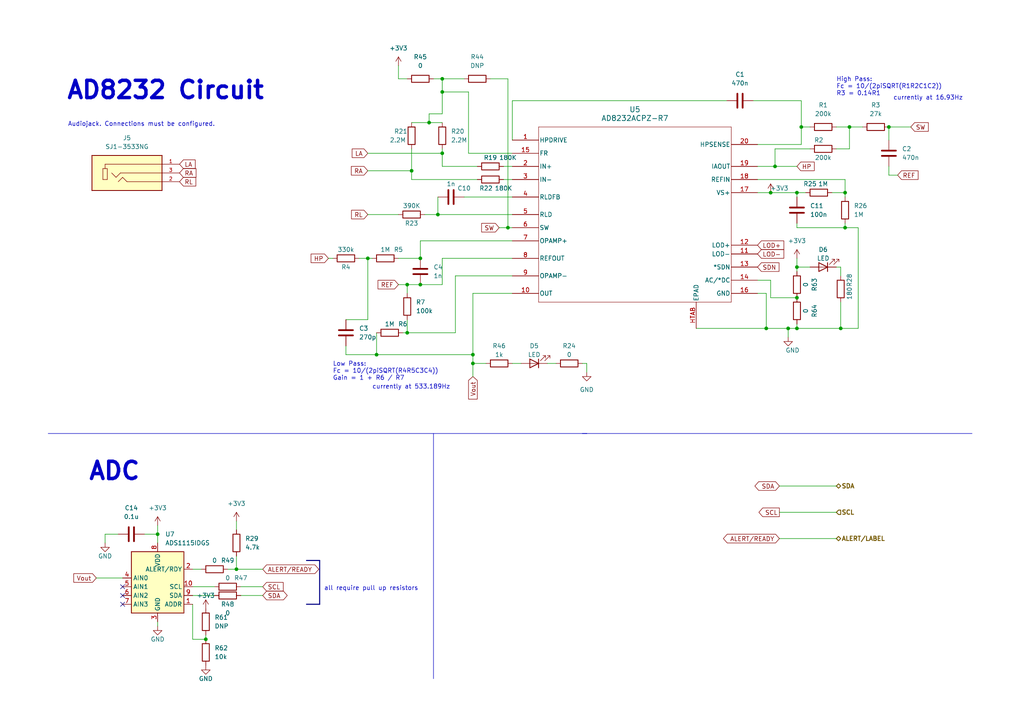
<source format=kicad_sch>
(kicad_sch (version 20230121) (generator eeschema)
  (paper "A4")
  (title_block (title "EMG Schematic") (company "Generate Product Development Studio"))
  (lib_symbols
    (symbol "AD8232ACPZ-R7:AD8232ACPZ-R7" (pin_names (offset 0.254))
      (property "Reference" "U5" (at 43.18 -1.27 0))
      (property "Value" "AD8232ACPZ-R7" (at 43.18 -3.81 0))
      (symbol "AD8232ACPZ-R7_0_1"
        (polyline (pts (xy 15.24 -57.15) (xy 71.12 -57.15)) (stroke (width 0.127)))
        (polyline (pts (xy 15.24 -6.35) (xy 15.24 -57.15)) (stroke (width 0.127)))
        (polyline (pts (xy 71.12 -57.15) (xy 71.12 -6.35)) (stroke (width 0.127)))
        (polyline (pts (xy 71.12 -6.35) (xy 15.24 -6.35)) (stroke (width 0.127)))
        (pin output line (at 7.62 -10.16 0) (length 7.62) (name "HPDRIVE") (number "1"))
        (pin output line (at 7.62 -54.61 0) (length 7.62) (name "OUT") (number "10"))
        (pin output line (at 78.74 -43.18 180) (length 7.62) (name "LOD-") (number "11"))
        (pin output line (at 78.74 -40.64 180) (length 7.62) (name "LOD+") (number "12"))
        (pin input line (at 78.74 -46.99 180) (length 7.62) (name "*SDN") (number "13"))
        (pin input line (at 78.74 -50.8 180) (length 7.62) (name "AC/*DC") (number "14"))
        (pin input line (at 7.62 -13.97 0) (length 7.62) (name "FR") (number "15"))
        (pin power_in line (at 78.74 -54.61 180) (length 7.62) (name "GND") (number "16"))
        (pin power_in line (at 78.74 -25.4 180) (length 7.62) (name "VS+") (number "17"))
        (pin input line (at 78.74 -21.59 180) (length 7.62) (name "REFIN") (number "18"))
        (pin output line (at 78.74 -17.78 180) (length 7.62) (name "IAOUT") (number "19"))
        (pin input line (at 7.62 -17.78 0) (length 7.62) (name "IN+") (number "2"))
        (pin input line (at 78.74 -11.43 180) (length 7.62) (name "HPSENSE") (number "20"))
        (pin input line (at 7.62 -21.59 0) (length 7.62) (name "IN-") (number "3"))
        (pin input line (at 7.62 -26.67 0) (length 7.62) (name "RLDFB") (number "4"))
        (pin output line (at 7.62 -31.75 0) (length 7.62) (name "RLD") (number "5"))
        (pin output line (at 7.62 -35.56 0) (length 7.62) (name "SW") (number "6"))
        (pin input line (at 7.62 -39.37 0) (length 7.62) (name "OPAMP+") (number "7"))
        (pin output line (at 7.62 -44.45 0) (length 7.62) (name "REFOUT") (number "8"))
        (pin input line (at 7.62 -49.53 0) (length 7.62) (name "OPAMP-") (number "9"))
        (pin unspecified line (at 60.96 -64.77 90) (length 7.62) (name "EPAD") (number "HTAB"))
      )
    )
    (symbol "Analog_ADC:ADS1115IDGS"
      (property "Reference" "U" (at 2.54 13.97 0))
      (property "Value" "ADS1115IDGS" (at 7.62 11.43 0))
      (symbol "ADS1115IDGS_0_1"
        (rectangle (start -7.62 10.16) (end 7.62 -7.62) (stroke (width 0.254)) (fill (type background)))
      )
      (symbol "ADS1115IDGS_1_1"
        (pin input line (at 10.16 -5.08 180) (length 2.54) (name "ADDR") (number "1"))
        (pin input line (at 10.16 0 180) (length 2.54) (name "SCL") (number "10"))
        (pin output line (at 10.16 5.08 180) (length 2.54) (name "ALERT/RDY") (number "2"))
        (pin power_in line (at 0 -10.16 90) (length 2.54) (name "GND") (number "3"))
        (pin input line (at -10.16 2.54 0) (length 2.54) (name "AIN0") (number "4"))
        (pin input line (at -10.16 0 0) (length 2.54) (name "AIN1") (number "5"))
        (pin input line (at -10.16 -2.54 0) (length 2.54) (name "AIN2") (number "6"))
        (pin input line (at -10.16 -5.08 0) (length 2.54) (name "AIN3") (number "7"))
        (pin power_in line (at 0 12.7 270) (length 2.54) (name "VDD") (number "8"))
        (pin bidirectional line (at 10.16 -2.54 180) (length 2.54) (name "SDA") (number "9"))
      )
    )
    (symbol "Device:C" (pin_numbers hide) (pin_names (offset 0.254))
      (property "Reference" "C" (at 0.635 2.54 0))
      (property "Value" "C" (at 0.635 -2.54 0))
      (symbol "C_0_1"
        (polyline (pts (xy -2.032 -0.762) (xy 2.032 -0.762)) (stroke (width 0.508)))
        (polyline (pts (xy -2.032 0.762) (xy 2.032 0.762)) (stroke (width 0.508)))
      )
      (symbol "C_1_1"
        (pin passive line (at 0 3.81 270) (length 2.794) (name "~") (number "1"))
        (pin passive line (at 0 -3.81 90) (length 2.794) (name "~") (number "2"))
      )
    )
    (symbol "Device:LED" (pin_numbers hide) (pin_names (offset 1.016) hide)
      (property "Reference" "D" (at 0 2.54 0))
      (property "Value" "LED" (at 0 -2.54 0))
      (symbol "LED_0_1"
        (polyline (pts (xy -1.27 -1.27) (xy -1.27 1.27)) (stroke (width 0.254)))
        (polyline (pts (xy -1.27 0) (xy 1.27 0)))
        (polyline (pts (xy 1.27 -1.27) (xy 1.27 1.27) (xy -1.27 0) (xy 1.27 -1.27)) (stroke (width 0.254)))
        (polyline (pts (xy -3.048 -0.762) (xy -4.572 -2.286) (xy -3.81 -2.286) (xy -4.572 -2.286) (xy -4.572 -1.524)))
        (polyline (pts (xy -1.778 -0.762) (xy -3.302 -2.286) (xy -2.54 -2.286) (xy -3.302 -2.286) (xy -3.302 -1.524)))
      )
      (symbol "LED_1_1"
        (pin passive line (at -3.81 0 0) (length 2.54) (name "K") (number "1"))
        (pin passive line (at 3.81 0 180) (length 2.54) (name "A") (number "2"))
      )
    )
    (symbol "Device:R" (pin_numbers hide) (pin_names (offset 0))
      (property "Reference" "R" (at 2.032 0 90))
      (property "Value" "R" (at 0 0 90))
      (symbol "R_0_1"
        (rectangle (start -1.016 -2.54) (end 1.016 2.54) (stroke (width 0.254)))
      )
      (symbol "R_1_1"
        (pin passive line (at 0 3.81 270) (length 1.27) (name "~") (number "1"))
        (pin passive line (at 0 -3.81 90) (length 1.27) (name "~") (number "2"))
      )
    )
    (symbol "MuscleRecoverySymbolLibray:SJ1-3533NG" (pin_names (offset 1.016) hide)
      (property "Reference" "J" (at -10.16 7.62 0))
      (property "Value" "SJ1-3533NG" (at -10.16 -10.16 0))
      (symbol "SJ1-3533NG_0_0"
        (rectangle (start -10.16 -5.08) (end 10.16 5.08) (stroke (width 0.254)) (fill (type background)))
        (polyline (pts (xy -10.16 5.08) (xy -10.16 -5.08)) (stroke (width 0.254)))
        (polyline (pts (xy -6.985 -1.905) (xy -6.985 1.27)) (stroke (width 0.1524)))
        (polyline (pts (xy -6.985 1.27) (xy -6.35 1.27)) (stroke (width 0.1524)))
        (polyline (pts (xy -6.35 1.27) (xy -5.715 1.27)) (stroke (width 0.1524)))
        (polyline (pts (xy -6.35 2.54) (xy -6.35 1.27)) (stroke (width 0.1524)))
        (polyline (pts (xy -5.715 -1.905) (xy -6.985 -1.905)) (stroke (width 0.1524)))
        (polyline (pts (xy -5.715 1.27) (xy -5.715 -1.905)) (stroke (width 0.1524)))
        (polyline (pts (xy -3.175 -1.27) (xy -4.445 0)) (stroke (width 0.1524)))
        (polyline (pts (xy -1.905 0) (xy -3.175 -1.27)) (stroke (width 0.1524)))
        (polyline (pts (xy -1.27 -1.27) (xy -2.54 -2.54)) (stroke (width 0.1524)))
        (polyline (pts (xy 0 -2.54) (xy -1.27 -1.27)) (stroke (width 0.1524)))
        (polyline (pts (xy 10.16 -5.08) (xy 10.16 5.08)) (stroke (width 0.254)))
        (polyline (pts (xy 10.16 -2.54) (xy 0 -2.54)) (stroke (width 0.1524)))
        (polyline (pts (xy 10.16 0) (xy -1.905 0)) (stroke (width 0.1524)))
        (polyline (pts (xy 10.16 2.54) (xy -6.35 2.54)) (stroke (width 0.1524)))
        (pin passive line (at 15.24 2.54 180) (length 5.08) (name "~") (number "1"))
        (pin passive line (at 15.24 -2.54 180) (length 5.08) (name "~") (number "2"))
        (pin passive line (at 15.24 0 180) (length 5.08) (name "~") (number "3"))
      )
    )
    (symbol "power:+3V3" (power) (pin_names (offset 0))
      (property "Value" "+3V3" (at 0 3.556 0))
      (symbol "+3V3_0_1"
        (polyline (pts (xy -0.762 1.27) (xy 0 2.54)))
        (polyline (pts (xy 0 0) (xy 0 2.54)))
        (polyline (pts (xy 0 2.54) (xy 0.762 1.27)))
      )
      (symbol "+3V3_1_1"
        (pin power_in line (at 0 0 90) (length 0) hide (name "+3V3") (number "1"))
      )
    )
    (symbol "power:GND" (power) (pin_names (offset 0))
      (property "Value" "GND" (at 0 -3.81 0))
      (symbol "GND_0_1"
        (polyline (pts (xy 0 0) (xy 0 -1.27) (xy 1.27 -1.27) (xy 0 -2.54) (xy -1.27 -1.27) (xy 0 -1.27)))
      )
      (symbol "GND_1_1"
        (pin power_in line (at 0 0 270) (length 0) hide (name "GND") (number "1"))
      )
    )
  )
  (junction (at 222.25 95.25))
  (junction (at 124.46 35.56))
  (junction (at 128.27 22.86))
  (junction (at 137.16 102.87))
  (junction (at 128.27 26.67))
  (junction (at 246.38 36.83))
  (junction (at 231.14 95.25))
  (junction (at 119.38 49.53))
  (junction (at 245.11 66.04))
  (junction (at 228.6 95.25))
  (junction (at 121.92 74.93))
  (junction (at 231.14 77.47))
  (junction (at 137.16 105.41))
  (junction (at 257.81 36.83))
  (junction (at 243.84 95.25))
  (junction (at 118.11 82.55))
  (junction (at 147.32 66.04))
  (junction (at 245.11 55.88))
  (junction (at 121.92 82.55))
  (junction (at 127 62.23))
  (junction (at 223.52 55.88))
  (junction (at 109.22 102.87))
  (junction (at 106.68 74.93))
  (junction (at 231.14 86.36))
  (junction (at 128.27 44.45))
  (junction (at 59.69 185.42))
  (junction (at 232.41 36.83))
  (junction (at 68.58 165.1))
  (junction (at 118.11 96.52))
  (junction (at 45.72 154.94))
  (junction (at 231.14 55.88))
  (junction (at 224.79 48.26))
  (no_connect (at 35.56 175.26))
  (no_connect (at 35.56 172.72))
  (no_connect (at 35.56 170.18))
  (wire (pts (xy 119.38 52.07) (xy 119.38 49.53)))
  (wire (pts (xy 243.84 95.25) (xy 243.84 87.63)))
  (wire (pts (xy 257.81 36.83) (xy 264.16 36.83)))
  (wire (pts (xy 231.14 64.77) (xy 231.14 66.04)))
  (polyline (pts (xy 13.97 125.73) (xy 170.18 125.73)))
  (wire (pts (xy 228.6 97.79) (xy 228.6 95.25)))
  (wire (pts (xy 219.71 55.88) (xy 223.52 55.88)))
  (wire (pts (xy 118.11 96.52) (xy 132.08 96.52)))
  (wire (pts (xy 246.38 36.83) (xy 246.38 43.18)))
  (wire (pts (xy 119.38 43.18) (xy 119.38 49.53)))
  (wire (pts (xy 245.11 66.04) (xy 248.92 66.04)))
  (wire (pts (xy 137.16 105.41) (xy 140.97 105.41)))
  (wire (pts (xy 118.11 92.71) (xy 118.11 96.52)))
  (wire (pts (xy 55.88 165.1) (xy 58.42 165.1)))
  (wire (pts (xy 135.89 26.67) (xy 128.27 26.67)))
  (wire (pts (xy 118.11 82.55) (xy 118.11 85.09)))
  (wire (pts (xy 121.92 82.55) (xy 118.11 82.55)))
  (wire (pts (xy 147.32 66.04) (xy 148.59 66.04)))
  (wire (pts (xy 100.33 102.87) (xy 109.22 102.87)))
  (wire (pts (xy 242.57 36.83) (xy 246.38 36.83)))
  (wire (pts (xy 55.88 170.18) (xy 62.23 170.18)))
  (wire (pts (xy 147.32 66.04) (xy 147.32 22.86)))
  (wire (pts (xy 45.72 154.94) (xy 45.72 157.48)))
  (bus (pts (xy 88.9 175.26) (xy 92.71 175.26)))
  (wire (pts (xy 55.88 185.42) (xy 59.69 185.42)))
  (wire (pts (xy 106.68 92.71) (xy 100.33 92.71)))
  (wire (pts (xy 224.79 43.18) (xy 234.95 43.18)))
  (wire (pts (xy 231.14 77.47) (xy 234.95 77.47)))
  (wire (pts (xy 116.84 96.52) (xy 118.11 96.52)))
  (wire (pts (xy 231.14 66.04) (xy 245.11 66.04)))
  (wire (pts (xy 30.48 154.94) (xy 30.48 157.48)))
  (wire (pts (xy 69.85 172.72) (xy 76.2 172.72)))
  (wire (pts (xy 242.57 43.18) (xy 246.38 43.18)))
  (bus (pts (xy 92.71 162.56) (xy 92.71 175.26)))
  (wire (pts (xy 232.41 41.91) (xy 232.41 36.83)))
  (wire (pts (xy 170.18 105.41) (xy 170.18 107.95)))
  (wire (pts (xy 128.27 33.02) (xy 124.46 33.02)))
  (wire (pts (xy 128.27 44.45) (xy 128.27 48.26)))
  (wire (pts (xy 219.71 48.26) (xy 224.79 48.26)))
  (wire (pts (xy 68.58 151.13) (xy 68.58 153.67)))
  (wire (pts (xy 138.43 52.07) (xy 119.38 52.07)))
  (bus (pts (xy 88.9 162.56) (xy 92.71 162.56)))
  (wire (pts (xy 45.72 181.61) (xy 45.72 180.34)))
  (wire (pts (xy 128.27 43.18) (xy 128.27 44.45)))
  (wire (pts (xy 219.71 52.07) (xy 245.11 52.07)))
  (wire (pts (xy 45.72 154.94) (xy 45.72 152.4)))
  (wire (pts (xy 147.32 22.86) (xy 142.24 22.86)))
  (wire (pts (xy 137.16 102.87) (xy 137.16 105.41)))
  (wire (pts (xy 104.14 74.93) (xy 106.68 74.93)))
  (wire (pts (xy 246.38 36.83) (xy 250.19 36.83)))
  (wire (pts (xy 257.81 48.26) (xy 257.81 50.8)))
  (wire (pts (xy 115.57 19.05) (xy 115.57 22.86)))
  (wire (pts (xy 121.92 69.85) (xy 148.59 69.85)))
  (wire (pts (xy 41.91 154.94) (xy 45.72 154.94)))
  (wire (pts (xy 148.59 44.45) (xy 135.89 44.45)))
  (wire (pts (xy 245.11 52.07) (xy 245.11 55.88)))
  (wire (pts (xy 109.22 102.87) (xy 137.16 102.87)))
  (wire (pts (xy 124.46 35.56) (xy 128.27 35.56)))
  (wire (pts (xy 231.14 74.93) (xy 231.14 77.47)))
  (wire (pts (xy 59.69 184.15) (xy 59.69 185.42)))
  (wire (pts (xy 34.29 154.94) (xy 30.48 154.94)))
  (wire (pts (xy 137.16 105.41) (xy 137.16 109.22)))
  (wire (pts (xy 138.43 48.26) (xy 128.27 48.26)))
  (wire (pts (xy 228.6 95.25) (xy 222.25 95.25)))
  (wire (pts (xy 224.79 43.18) (xy 224.79 48.26)))
  (wire (pts (xy 241.3 55.88) (xy 245.11 55.88)))
  (wire (pts (xy 231.14 77.47) (xy 231.14 78.74)))
  (wire (pts (xy 124.46 33.02) (xy 124.46 35.56)))
  (wire (pts (xy 219.71 41.91) (xy 232.41 41.91)))
  (wire (pts (xy 106.68 62.23) (xy 115.57 62.23)))
  (wire (pts (xy 148.59 29.21) (xy 148.59 40.64)))
  (wire (pts (xy 128.27 82.55) (xy 121.92 82.55)))
  (wire (pts (xy 257.81 50.8) (xy 260.35 50.8)))
  (wire (pts (xy 226.06 148.59) (xy 242.57 148.59)))
  (wire (pts (xy 55.88 172.72) (xy 62.23 172.72)))
  (wire (pts (xy 69.85 170.18) (xy 76.2 170.18)))
  (wire (pts (xy 243.84 95.25) (xy 248.92 95.25)))
  (wire (pts (xy 128.27 74.93) (xy 128.27 82.55)))
  (wire (pts (xy 148.59 29.21) (xy 210.82 29.21)))
  (wire (pts (xy 232.41 36.83) (xy 234.95 36.83)))
  (polyline (pts (xy 168.91 125.73) (xy 170.18 125.73)))
  (wire (pts (xy 123.19 62.23) (xy 127 62.23)))
  (wire (pts (xy 231.14 55.88) (xy 233.68 55.88)))
  (wire (pts (xy 223.52 81.28) (xy 223.52 86.36)))
  (wire (pts (xy 146.05 52.07) (xy 148.59 52.07)))
  (wire (pts (xy 148.59 85.09) (xy 137.16 85.09)))
  (wire (pts (xy 96.52 74.93) (xy 95.25 74.93)))
  (wire (pts (xy 128.27 22.86) (xy 128.27 26.67)))
  (wire (pts (xy 106.68 44.45) (xy 128.27 44.45)))
  (wire (pts (xy 128.27 22.86) (xy 134.62 22.86)))
  (wire (pts (xy 127 62.23) (xy 148.59 62.23)))
  (wire (pts (xy 144.78 66.04) (xy 147.32 66.04)))
  (wire (pts (xy 119.38 35.56) (xy 124.46 35.56)))
  (wire (pts (xy 106.68 74.93) (xy 106.68 92.71)))
  (wire (pts (xy 128.27 33.02) (xy 128.27 26.67)))
  (wire (pts (xy 228.6 95.25) (xy 231.14 95.25)))
  (polyline (pts (xy 170.18 125.73) (xy 281.94 125.73)))
  (wire (pts (xy 248.92 66.04) (xy 248.92 95.25)))
  (wire (pts (xy 219.71 81.28) (xy 223.52 81.28)))
  (wire (pts (xy 223.52 55.88) (xy 231.14 55.88)))
  (wire (pts (xy 119.38 49.53) (xy 106.68 49.53)))
  (wire (pts (xy 135.89 44.45) (xy 135.89 26.67)))
  (wire (pts (xy 231.14 93.98) (xy 231.14 95.25)))
  (wire (pts (xy 232.41 29.21) (xy 232.41 36.83)))
  (wire (pts (xy 146.05 48.26) (xy 148.59 48.26)))
  (wire (pts (xy 231.14 55.88) (xy 231.14 57.15)))
  (wire (pts (xy 115.57 22.86) (xy 118.11 22.86)))
  (wire (pts (xy 55.88 175.26) (xy 55.88 185.42)))
  (wire (pts (xy 100.33 100.33) (xy 100.33 102.87)))
  (wire (pts (xy 226.06 156.21) (xy 242.57 156.21)))
  (wire (pts (xy 109.22 96.52) (xy 109.22 102.87)))
  (wire (pts (xy 125.73 22.86) (xy 128.27 22.86)))
  (polyline (pts (xy 125.73 125.73) (xy 125.73 196.85)))
  (wire (pts (xy 127 57.15) (xy 127 62.23)))
  (wire (pts (xy 223.52 86.36) (xy 231.14 86.36)))
  (wire (pts (xy 218.44 29.21) (xy 232.41 29.21)))
  (wire (pts (xy 257.81 36.83) (xy 257.81 40.64)))
  (wire (pts (xy 134.62 57.15) (xy 148.59 57.15)))
  (wire (pts (xy 245.11 55.88) (xy 245.11 57.15)))
  (wire (pts (xy 222.25 85.09) (xy 222.25 95.25)))
  (wire (pts (xy 128.27 74.93) (xy 148.59 74.93)))
  (wire (pts (xy 66.04 165.1) (xy 68.58 165.1)))
  (wire (pts (xy 168.91 105.41) (xy 170.18 105.41)))
  (wire (pts (xy 226.06 140.97) (xy 242.57 140.97)))
  (wire (pts (xy 106.68 74.93) (xy 107.95 74.93)))
  (wire (pts (xy 132.08 96.52) (xy 132.08 80.01)))
  (wire (pts (xy 115.57 82.55) (xy 118.11 82.55)))
  (wire (pts (xy 148.59 105.41) (xy 151.13 105.41)))
  (wire (pts (xy 231.14 95.25) (xy 243.84 95.25)))
  (wire (pts (xy 201.93 95.25) (xy 222.25 95.25)))
  (wire (pts (xy 219.71 85.09) (xy 222.25 85.09)))
  (wire (pts (xy 68.58 165.1) (xy 76.2 165.1)))
  (wire (pts (xy 27.94 167.64) (xy 35.56 167.64)))
  (wire (pts (xy 224.79 48.26) (xy 231.14 48.26)))
  (wire (pts (xy 132.08 80.01) (xy 148.59 80.01)))
  (wire (pts (xy 158.75 105.41) (xy 161.29 105.41)))
  (wire (pts (xy 68.58 161.29) (xy 68.58 165.1)))
  (wire (pts (xy 137.16 85.09) (xy 137.16 102.87)))
  (wire (pts (xy 243.84 77.47) (xy 243.84 80.01)))
  (wire (pts (xy 242.57 77.47) (xy 243.84 77.47)))
  (wire (pts (xy 245.11 64.77) (xy 245.11 66.04)))
  (wire (pts (xy 121.92 69.85) (xy 121.92 74.93)))
  (wire (pts (xy 115.57 74.93) (xy 121.92 74.93)))
  (text "Low Pass: \nFc = 10/(2piSQRT(R4R5C3C4))\nGain = 1 + R6 / R7" (at 96.52 110.49 0) (effects (font (size 1.27 1.27)) (justify left bottom)))
  (text "currently at 533.189Hz" (at 107.95 113.03 0) (effects (font (size 1.27 1.27)) (justify left bottom)))
  (text "Audiojack. Connections must be configured." (at 19.685 36.83 0) (effects (font (size 1.27 1.27)) (justify left bottom)))
  (text "currently at 16.93Hz" (at 259.08 29.21 0) (effects (font (size 1.27 1.27)) (justify left bottom)))
  (text "AD8232 Circuit" (at 19.05 29.21 0) (effects (font (size 5 5) (thickness 1) bold) (justify left bottom)))
  (text "all require pull up resistors" (at 93.98 171.45 0) (effects (font (size 1.27 1.27)) (justify left bottom)))
  (text "High Pass: \nFc = 10/(2piSQRT(R1R2C1C2))\nR3 = 0.14R1" (at 242.57 27.94 0) (effects (font (size 1.27 1.27)) (justify left bottom)))
  (text "ADC" (at 25.4 139.7 0) (effects (font (size 5 5) bold) (justify left bottom)))
  (global_label "RA" (shape input) (at 52.07 50.165 0) (property "Intersheetrefs" "${INTERSHEET_REFS}" (effects hide)))
  (global_label "SCL" (shape input) (at 76.2 170.18 0) (property "Intersheetrefs" "${INTERSHEET_REFS}" (effects hide)))
  (global_label "SCL" (shape output) (at 226.06 148.59 180) (property "Intersheetrefs" "${INTERSHEET_REFS}" (effects hide)))
  (global_label "LOD-" (shape input) (at 219.71 73.66 0) (property "Intersheetrefs" "${INTERSHEET_REFS}" (effects hide)))
  (global_label "REF" (shape input) (at 260.35 50.8 0) (property "Intersheetrefs" "${INTERSHEET_REFS}" (effects hide)))
  (global_label "ALERT{slash}READY" (shape bidirectional) (at 76.2 165.1 0) (property "Intersheetrefs" "${INTERSHEET_REFS}" (effects hide)))
  (global_label "Vout" (shape input) (at 27.94 167.64 180) (property "Intersheetrefs" "${INTERSHEET_REFS}" (effects hide)))
  (global_label "SDA" (shape bidirectional) (at 226.06 140.97 180) (property "Intersheetrefs" "${INTERSHEET_REFS}" (effects hide)))
  (global_label "SW" (shape input) (at 144.78 66.04 180) (property "Intersheetrefs" "${INTERSHEET_REFS}" (effects hide)))
  (global_label "LA" (shape input) (at 106.68 44.45 180) (property "Intersheetrefs" "${INTERSHEET_REFS}" (effects hide)))
  (global_label "HP" (shape input) (at 95.25 74.93 180) (property "Intersheetrefs" "${INTERSHEET_REFS}" (effects hide)))
  (global_label "RL" (shape input) (at 106.68 62.23 180) (property "Intersheetrefs" "${INTERSHEET_REFS}" (effects hide)))
  (global_label "Vout" (shape input) (at 137.16 109.22 270) (property "Intersheetrefs" "${INTERSHEET_REFS}" (effects hide)))
  (global_label "REF" (shape input) (at 115.57 82.55 180) (property "Intersheetrefs" "${INTERSHEET_REFS}" (effects hide)))
  (global_label "HP" (shape input) (at 231.14 48.26 0) (property "Intersheetrefs" "${INTERSHEET_REFS}" (effects hide)))
  (global_label "RL" (shape input) (at 52.07 52.705 0) (property "Intersheetrefs" "${INTERSHEET_REFS}" (effects hide)))
  (global_label "ALERT{slash}READY" (shape bidirectional) (at 226.06 156.21 180) (property "Intersheetrefs" "${INTERSHEET_REFS}" (effects hide)))
  (global_label "LA" (shape input) (at 52.07 47.625 0) (property "Intersheetrefs" "${INTERSHEET_REFS}" (effects hide)))
  (global_label "SW" (shape input) (at 264.16 36.83 0) (property "Intersheetrefs" "${INTERSHEET_REFS}" (effects hide)))
  (global_label "LOD+" (shape input) (at 219.71 71.12 0) (property "Intersheetrefs" "${INTERSHEET_REFS}" (effects hide)))
  (global_label "SDN" (shape input) (at 219.71 77.47 0) (property "Intersheetrefs" "${INTERSHEET_REFS}" (effects hide)))
  (global_label "RA" (shape input) (at 106.68 49.53 180) (property "Intersheetrefs" "${INTERSHEET_REFS}" (effects hide)))
  (global_label "SDA" (shape bidirectional) (at 76.2 172.72 0) (property "Intersheetrefs" "${INTERSHEET_REFS}" (effects hide)))
  (hierarchical_label "ALERT{slash}LABEL" (shape bidirectional) (at 242.57 156.21 0) (effects (font bold)))
  (hierarchical_label "SCL" (shape input) (at 242.57 148.59 0) (effects (font bold)))
  (hierarchical_label "SDA" (shape bidirectional) (at 242.57 140.97 0) (effects (font bold)))
  (symbol (lib_id "Device:R") (at 66.04 170.18 90) (unit 1)
    (property "Reference" "R47" (at 69.85 167.64 90))
    (property "Value" "0" (at 66.04 167.64 90))
    (property "Footprint" "Resistor_SMD:R_0402_1005Metric" (effects hide))
  )
  (symbol (lib_id "Device:C") (at 100.33 96.52 180) (unit 1)
    (property "Reference" "C3" (at 104.14 95.25 0) (effects (justify right)))
    (property "Value" "270p" (at 104.14 97.79 0) (effects (justify right)))
    (property "Footprint" "Capacitor_SMD:C_0402_1005Metric" (effects hide))
  )
  (symbol (lib_id "AD8232ACPZ-R7:AD8232ACPZ-R7") (at 140.97 30.48 0) (unit 1)
    (property "Reference" "U5" (at 184.15 31.75 0) (effects (font (size 1.524 1.524))))
    (property "Value" "AD8232ACPZ-R7" (at 184.15 34.29 0) (effects (font (size 1.524 1.524))))
    (property "Footprint" "Muscle_Recovery_Footprint_Library:LFCSP_20" (effects hide))
    (property "Datasheet" "AD8232ACPZ-R7" (effects hide))
  )
  (symbol (lib_id "Device:LED") (at 238.76 77.47 180) (unit 1)
    (property "Reference" "D6" (at 238.76 72.39 0))
    (property "Value" "LED" (at 238.76 74.93 0))
    (property "Footprint" "LED_SMD:LED_0402_1005Metric" (effects hide))
  )
  (symbol (lib_id "MuscleRecoverySymbolLibray:SJ1-3533NG") (at 36.83 50.165 0) (unit 1)
    (property "Reference" "J5" (at 36.83 40.005 0))
    (property "Value" "SJ1-3533NG" (at 36.83 42.545 0))
    (property "Footprint" "Muscle_Recovery_Footprint_Library:CUI_SJ1-3533NG" (effects hide))
    (property "MF" "CUI Devices" (effects hide))
    (property "DESCRIPTION" "3.5 mm, Stereo, Right Angle, Through Hole, Isolated Ground, Audio Jack Connector" (effects hide))
    (property "PACKAGE" "None" (effects hide))
    (property "PRICE" "None" (effects hide))
    (property "CUI_PURCHASE_URL" "https://www.cuidevices.com/product/interconnect/connectors/audio-connectors/jacks/sj1-353xng-series?utm_source=snapeda.com&utm_medium=referral&utm_campaign=snapedaBOM" (effects hide))
    (property "MP" "SJ1-3533NG" (effects hide))
    (property "AVAILABILITY" "Unavailable" (effects hide))
  )
  (symbol (lib_id "Analog_ADC:ADS1115IDGS") (at 45.72 170.18 0) (unit 1)
    (property "Reference" "U7" (at 47.9141 154.94 0) (effects (justify left)))
    (property "Value" "ADS1115IDGS" (at 47.9141 157.48 0) (effects (justify left)))
    (property "Footprint" "Package_SO:TSSOP-10_3x3mm_P0.5mm" (effects hide))
    (property "Datasheet" "http://www.ti.com/lit/ds/symlink/ads1113.pdf" (effects hide))
  )
  (symbol (lib_id "Device:R") (at 245.11 60.96 0) (unit 1)
    (property "Reference" "R26" (at 247.65 59.69 0) (effects (justify left)))
    (property "Value" "1M" (at 247.65 62.23 0) (effects (justify left)))
    (property "Footprint" "Resistor_SMD:R_0402_1005Metric" (effects hide))
  )
  (symbol (lib_id "Device:C") (at 214.63 29.21 90) (unit 1)
    (property "Reference" "C1" (at 214.63 21.59 90))
    (property "Value" "470n" (at 214.63 24.13 90))
    (property "Footprint" "Capacitor_SMD:C_0402_1005Metric" (effects hide))
  )
  (symbol (lib_id "Device:R") (at 237.49 55.88 90) (unit 1)
    (property "Reference" "R25" (at 234.95 53.34 90))
    (property "Value" "1M" (at 238.76 53.34 90))
    (property "Footprint" "Resistor_SMD:R_0402_1005Metric" (effects hide))
  )
  (symbol (lib_id "Device:R") (at 138.43 22.86 90) (unit 1)
    (property "Reference" "R44" (at 138.43 16.51 90))
    (property "Value" "DNP" (at 138.43 19.05 90))
    (property "Footprint" "Resistor_SMD:R_0402_1005Metric" (effects hide))
  )
  (symbol (lib_id "Device:R") (at 231.14 90.17 0) (unit 1)
    (property "Reference" "R64" (at 236.22 90.17 90))
    (property "Value" "0" (at 233.68 90.17 90))
    (property "Footprint" "Resistor_SMD:R_0402_1005Metric" (effects hide))
  )
  (symbol (lib_id "power:+3V3") (at 115.57 19.05 0) (unit 1)
    (property "Reference" "#PWR058" (effects hide))
    (property "Value" "+3V3" (at 115.57 13.97 0))
  )
  (symbol (lib_id "power:GND") (at 30.48 157.48 0) (unit 1)
    (property "Reference" "#PWR057" (effects hide))
    (property "Value" "GND" (at 30.48 161.29 0))
  )
  (symbol (lib_id "Device:R") (at 142.24 52.07 90) (unit 1)
    (property "Reference" "R22" (at 140.97 54.61 90))
    (property "Value" "180K" (at 146.05 54.61 90))
    (property "Footprint" "Resistor_SMD:R_0402_1005Metric" (effects hide))
  )
  (symbol (lib_id "Device:R") (at 113.03 96.52 90) (unit 1)
    (property "Reference" "R6" (at 116.84 93.98 90))
    (property "Value" "1M" (at 113.03 93.98 90))
    (property "Footprint" "Resistor_SMD:R_0402_1005Metric" (effects hide))
  )
  (symbol (lib_id "Device:R") (at 118.11 88.9 0) (unit 1)
    (property "Reference" "R7" (at 120.65 87.63 0) (effects (justify left)))
    (property "Value" "100k" (at 120.65 90.17 0) (effects (justify left)))
    (property "Footprint" "Resistor_SMD:R_0402_1005Metric" (effects hide))
  )
  (symbol (lib_id "Device:R") (at 165.1 105.41 90) (unit 1)
    (property "Reference" "R24" (at 165.1 100.33 90))
    (property "Value" "0" (at 165.1 102.87 90))
    (property "Footprint" "Resistor_SMD:R_0402_1005Metric" (effects hide))
  )
  (symbol (lib_id "power:+3V3") (at 45.72 152.4 0) (unit 1)
    (property "Reference" "#PWR049" (effects hide))
    (property "Value" "+3V3" (at 45.72 147.32 0))
  )
  (symbol (lib_id "power:GND") (at 170.18 107.95 0) (unit 1)
    (property "Reference" "#PWR012" (effects hide))
    (property "Value" "GND" (at 170.18 113.03 0))
  )
  (symbol (lib_id "Device:R") (at 100.33 74.93 90) (unit 1)
    (property "Reference" "R4" (at 100.33 77.47 90))
    (property "Value" "330k" (at 100.33 72.39 90))
    (property "Footprint" "Resistor_SMD:R_0402_1005Metric" (effects hide))
  )
  (symbol (lib_id "Device:LED") (at 154.94 105.41 180) (unit 1)
    (property "Reference" "D5" (at 154.94 100.33 0))
    (property "Value" "LED" (at 154.94 102.87 0))
    (property "Footprint" "LED_SMD:LED_0402_1005Metric" (effects hide))
  )
  (symbol (lib_id "Device:R") (at 254 36.83 90) (unit 1)
    (property "Reference" "R3" (at 254 30.48 90))
    (property "Value" "27k" (at 254 33.02 90))
    (property "Footprint" "Resistor_SMD:R_0402_1005Metric" (effects hide))
  )
  (symbol (lib_id "power:GND") (at 45.72 181.61 0) (unit 1)
    (property "Reference" "#PWR056" (effects hide))
    (property "Value" "GND" (at 45.72 185.42 0))
  )
  (symbol (lib_id "power:GND") (at 228.6 97.79 0) (unit 1)
    (property "Reference" "#PWR02" (effects hide))
    (property "Value" "GND" (at 229.87 101.6 0))
  )
  (symbol (lib_id "power:GND") (at 59.69 193.04 0) (unit 1)
    (property "Reference" "#PWR067" (effects hide))
    (property "Value" "GND" (at 59.69 196.85 0))
  )
  (symbol (lib_id "Device:R") (at 231.14 82.55 0) (unit 1)
    (property "Reference" "R63" (at 236.22 82.55 90))
    (property "Value" "0" (at 233.68 82.55 90))
    (property "Footprint" "Resistor_SMD:R_0402_1005Metric" (effects hide))
  )
  (symbol (lib_id "Device:R") (at 142.24 48.26 90) (unit 1)
    (property "Reference" "R19" (at 142.24 45.72 90))
    (property "Value" "180K" (at 147.32 45.72 90))
    (property "Footprint" "Resistor_SMD:R_0402_1005Metric" (effects hide))
  )
  (symbol (lib_id "Device:R") (at 68.58 157.48 0) (unit 1)
    (property "Reference" "R29" (at 71.12 156.21 0) (effects (justify left)))
    (property "Value" "4.7k" (at 71.12 158.75 0) (effects (justify left)))
    (property "Footprint" "Resistor_SMD:R_0402_1005Metric" (effects hide))
  )
  (symbol (lib_id "Device:R") (at 121.92 22.86 90) (unit 1)
    (property "Reference" "R45" (at 121.92 16.51 90))
    (property "Value" "0" (at 121.92 19.05 90))
    (property "Footprint" "Resistor_SMD:R_0402_1005Metric" (effects hide))
  )
  (symbol (lib_id "power:+3V3") (at 231.14 74.93 0) (unit 1)
    (property "Reference" "#PWR014" (effects hide))
    (property "Value" "+3V3" (at 231.14 69.85 0))
  )
  (symbol (lib_id "Device:C") (at 130.81 57.15 270) (unit 1)
    (property "Reference" "C10" (at 134.62 54.61 90))
    (property "Value" "1n" (at 130.81 53.34 90))
    (property "Footprint" "Capacitor_SMD:C_0402_1005Metric" (effects hide))
  )
  (symbol (lib_id "Device:R") (at 66.04 172.72 90) (unit 1)
    (property "Reference" "R48" (at 66.04 175.26 90))
    (property "Value" "0" (at 66.04 177.8 90))
    (property "Footprint" "Resistor_SMD:R_0402_1005Metric" (effects hide))
  )
  (symbol (lib_id "Device:R") (at 59.69 189.23 180) (unit 1)
    (property "Reference" "R62" (at 62.23 187.96 0) (effects (justify right)))
    (property "Value" "10k" (at 62.23 190.5 0) (effects (justify right)))
    (property "Footprint" "Resistor_SMD:R_0402_1005Metric" (effects hide))
  )
  (symbol (lib_id "Device:R") (at 238.76 43.18 90) (unit 1)
    (property "Reference" "R2" (at 237.49 40.64 90))
    (property "Value" "200k" (at 238.76 45.72 90))
    (property "Footprint" "Resistor_SMD:R_0402_1005Metric" (effects hide))
  )
  (symbol (lib_id "Device:R") (at 238.76 36.83 90) (unit 1)
    (property "Reference" "R1" (at 238.76 30.48 90))
    (property "Value" "200k" (at 238.76 33.02 90))
    (property "Footprint" "Resistor_SMD:R_0402_1005Metric" (effects hide))
  )
  (symbol (lib_id "Device:C") (at 231.14 60.96 0) (unit 1)
    (property "Reference" "C11" (at 234.95 59.69 0) (effects (justify left)))
    (property "Value" "100n" (at 234.95 62.23 0) (effects (justify left)))
    (property "Footprint" "Capacitor_SMD:C_0402_1005Metric" (effects hide))
  )
  (symbol (lib_id "Device:R") (at 119.38 39.37 180) (unit 1)
    (property "Reference" "R21" (at 114.3 38.1 0) (effects (justify right)))
    (property "Value" "2.2M" (at 113.03 40.64 0) (effects (justify right)))
    (property "Footprint" "Resistor_SMD:R_0402_1005Metric" (effects hide))
  )
  (symbol (lib_id "Device:R") (at 144.78 105.41 90) (unit 1)
    (property "Reference" "R46" (at 144.78 100.33 90))
    (property "Value" "1k" (at 144.78 102.87 90))
    (property "Footprint" "Resistor_SMD:R_0402_1005Metric" (effects hide))
  )
  (symbol (lib_id "power:+3V3") (at 59.69 176.53 0) (unit 1)
    (property "Reference" "#PWR066" (effects hide))
    (property "Value" "+3V3" (at 59.69 172.72 0))
  )
  (symbol (lib_id "Device:R") (at 128.27 39.37 180) (unit 1)
    (property "Reference" "R20" (at 130.81 38.1 0) (effects (justify right)))
    (property "Value" "2.2M" (at 130.81 40.64 0) (effects (justify right)))
    (property "Footprint" "Resistor_SMD:R_0402_1005Metric" (effects hide))
  )
  (symbol (lib_id "power:+3V3") (at 223.52 55.88 0) (unit 1)
    (property "Reference" "#PWR013" (effects hide))
    (property "Value" "+3V3" (at 226.06 54.61 0))
  )
  (symbol (lib_id "Device:R") (at 119.38 62.23 90) (unit 1)
    (property "Reference" "R23" (at 119.38 64.77 90))
    (property "Value" "390K" (at 119.38 59.69 90))
    (property "Footprint" "Resistor_SMD:R_0402_1005Metric" (effects hide))
  )
  (symbol (lib_id "Device:R") (at 243.84 83.82 0) (unit 1)
    (property "Reference" "R28" (at 246.38 81.28 90))
    (property "Value" "180" (at 246.38 85.09 90))
    (property "Footprint" "Resistor_SMD:R_0402_1005Metric" (effects hide))
  )
  (symbol (lib_id "Device:R") (at 111.76 74.93 90) (unit 1)
    (property "Reference" "R5" (at 115.57 72.39 90))
    (property "Value" "1M" (at 111.76 72.39 90))
    (property "Footprint" "Resistor_SMD:R_0402_1005Metric" (effects hide))
  )
  (symbol (lib_id "Device:R") (at 62.23 165.1 90) (unit 1)
    (property "Reference" "R49" (at 66.04 162.56 90))
    (property "Value" "0" (at 62.23 162.56 90))
    (property "Footprint" "Resistor_SMD:R_0402_1005Metric" (effects hide))
  )
  (symbol (lib_id "Device:C") (at 121.92 78.74 180) (unit 1)
    (property "Reference" "C4" (at 125.73 77.47 0) (effects (justify right)))
    (property "Value" "1n" (at 125.73 80.01 0) (effects (justify right)))
    (property "Footprint" "Capacitor_SMD:C_0402_1005Metric" (effects hide))
  )
  (symbol (lib_id "Device:R") (at 59.69 180.34 180) (unit 1)
    (property "Reference" "R61" (at 62.23 179.07 0) (effects (justify right)))
    (property "Value" "DNP" (at 62.23 181.61 0) (effects (justify right)))
    (property "Footprint" "Resistor_SMD:R_0402_1005Metric" (effects hide))
  )
  (symbol (lib_id "power:+3V3") (at 68.58 151.13 0) (unit 1)
    (property "Reference" "#PWR050" (effects hide))
    (property "Value" "+3V3" (at 68.58 146.05 0))
  )
  (symbol (lib_id "Device:C") (at 38.1 154.94 90) (unit 1)
    (property "Reference" "C14" (at 38.1 147.32 90))
    (property "Value" "0.1u" (at 38.1 149.86 90))
    (property "Footprint" "Capacitor_SMD:C_0402_1005Metric" (effects hide))
  )
  (symbol (lib_id "Device:C") (at 257.81 44.45 0) (unit 1)
    (property "Reference" "C2" (at 261.62 43.18 0) (effects (justify left)))
    (property "Value" "470n" (at 261.62 45.72 0) (effects (justify left)))
    (property "Footprint" "Capacitor_SMD:C_0402_1005Metric" (effects hide))
  )
)
</source>
